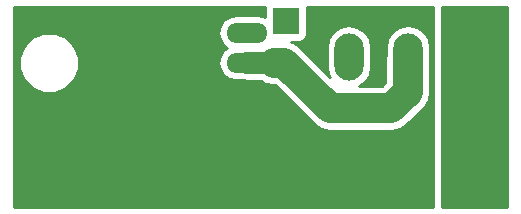
<source format=gbl>
G04 #@! TF.FileFunction,Copper,L2,Bot,Signal*
%FSLAX46Y46*%
G04 Gerber Fmt 4.6, Leading zero omitted, Abs format (unit mm)*
G04 Created by KiCad (PCBNEW 4.0.1-stable) date 2016-06-23 02:02:48*
%MOMM*%
G01*
G04 APERTURE LIST*
%ADD10C,0.100000*%
%ADD11O,3.500120X1.699260*%
%ADD12O,2.500000X4.000000*%
%ADD13R,2.235200X2.235200*%
%ADD14C,2.540000*%
%ADD15C,1.828800*%
%ADD16C,0.254000*%
G04 APERTURE END LIST*
D10*
D11*
X136017000Y-97536000D03*
X136017000Y-100076000D03*
X136017000Y-94996000D03*
D12*
X149646000Y-105156000D03*
X154646000Y-105156000D03*
X154646000Y-97028000D03*
X149646000Y-97028000D03*
X144646000Y-97028000D03*
D13*
X139319000Y-93980000D03*
D14*
X143002000Y-101396800D02*
X148234400Y-101396800D01*
X149646000Y-99985200D02*
X149646000Y-97028000D01*
X148234400Y-101386000D02*
X149646000Y-99974400D01*
X138277600Y-97536000D02*
X139141200Y-97536000D01*
X139141200Y-97536000D02*
X143002000Y-101396800D01*
D15*
X136017000Y-97536000D02*
X138277600Y-97536000D01*
D14*
X136017000Y-100863400D02*
X140309600Y-105156000D01*
D15*
X136017000Y-100076000D02*
X136017000Y-100863400D01*
D14*
X145856000Y-105156000D02*
X140309600Y-105156000D01*
X149646000Y-105156000D02*
X145856000Y-105156000D01*
X154635200Y-105156000D02*
X154635200Y-97028000D01*
D16*
G36*
X158040000Y-109780000D02*
X152527000Y-109780000D01*
X152527000Y-92785000D01*
X158040000Y-92785000D01*
X158040000Y-109780000D01*
X158040000Y-109780000D01*
G37*
X158040000Y-109780000D02*
X152527000Y-109780000D01*
X152527000Y-92785000D01*
X158040000Y-92785000D01*
X158040000Y-109780000D01*
G36*
X137553960Y-92862400D02*
X137553960Y-93638854D01*
X137532299Y-93624381D01*
X136964156Y-93511370D01*
X135069844Y-93511370D01*
X134501701Y-93624381D01*
X134020052Y-93946208D01*
X133698225Y-94427857D01*
X133585214Y-94996000D01*
X133698225Y-95564143D01*
X134020052Y-96045792D01*
X134349617Y-96266000D01*
X134020052Y-96486208D01*
X133698225Y-96967857D01*
X133585214Y-97536000D01*
X133698225Y-98104143D01*
X134020052Y-98585792D01*
X134501701Y-98907619D01*
X135069844Y-99020630D01*
X135691379Y-99020630D01*
X136017000Y-99085400D01*
X137233417Y-99085400D01*
X137548588Y-99295991D01*
X138277600Y-99441000D01*
X138352124Y-99441000D01*
X141654962Y-102743839D01*
X142256825Y-103145991D01*
X142272988Y-103156791D01*
X143002000Y-103301800D01*
X148234400Y-103301800D01*
X148963412Y-103156791D01*
X149581438Y-102743838D01*
X149603186Y-102711290D01*
X150960493Y-101353984D01*
X150993038Y-101332238D01*
X151405991Y-100714212D01*
X151551000Y-99985200D01*
X151551000Y-97028000D01*
X151531000Y-96927453D01*
X151531000Y-96226377D01*
X151387513Y-95505019D01*
X150978896Y-94893481D01*
X150367358Y-94484864D01*
X149646000Y-94341377D01*
X148924642Y-94484864D01*
X148313104Y-94893481D01*
X147904487Y-95505019D01*
X147761000Y-96226377D01*
X147761000Y-96927453D01*
X147741000Y-97028000D01*
X147741000Y-99185323D01*
X147434524Y-99491800D01*
X145486093Y-99491800D01*
X145978896Y-99162519D01*
X146387513Y-98550981D01*
X146531000Y-97829623D01*
X146531000Y-96226377D01*
X146387513Y-95505019D01*
X145978896Y-94893481D01*
X145367358Y-94484864D01*
X144646000Y-94341377D01*
X143924642Y-94484864D01*
X143313104Y-94893481D01*
X142904487Y-95505019D01*
X142761000Y-96226377D01*
X142761000Y-97829623D01*
X142904487Y-98550981D01*
X143013687Y-98714411D01*
X140488238Y-96188962D01*
X139870212Y-95776009D01*
X139714520Y-95745040D01*
X140436600Y-95745040D01*
X140671917Y-95700762D01*
X140888041Y-95561690D01*
X141033031Y-95349490D01*
X141084040Y-95097600D01*
X141084040Y-92862400D01*
X141069476Y-92785000D01*
X151765000Y-92785000D01*
X151765000Y-109780000D01*
X116280000Y-109780000D01*
X116280000Y-98038015D01*
X116717641Y-98038015D01*
X117102746Y-98970041D01*
X117815208Y-99683748D01*
X118746561Y-100070479D01*
X119755015Y-100071359D01*
X120687041Y-99686254D01*
X121400748Y-98973792D01*
X121787479Y-98042439D01*
X121788359Y-97033985D01*
X121403254Y-96101959D01*
X120690792Y-95388252D01*
X119759439Y-95001521D01*
X118750985Y-95000641D01*
X117818959Y-95385746D01*
X117105252Y-96098208D01*
X116718521Y-97029561D01*
X116717641Y-98038015D01*
X116280000Y-98038015D01*
X116280000Y-92785000D01*
X137569634Y-92785000D01*
X137553960Y-92862400D01*
X137553960Y-92862400D01*
G37*
X137553960Y-92862400D02*
X137553960Y-93638854D01*
X137532299Y-93624381D01*
X136964156Y-93511370D01*
X135069844Y-93511370D01*
X134501701Y-93624381D01*
X134020052Y-93946208D01*
X133698225Y-94427857D01*
X133585214Y-94996000D01*
X133698225Y-95564143D01*
X134020052Y-96045792D01*
X134349617Y-96266000D01*
X134020052Y-96486208D01*
X133698225Y-96967857D01*
X133585214Y-97536000D01*
X133698225Y-98104143D01*
X134020052Y-98585792D01*
X134501701Y-98907619D01*
X135069844Y-99020630D01*
X135691379Y-99020630D01*
X136017000Y-99085400D01*
X137233417Y-99085400D01*
X137548588Y-99295991D01*
X138277600Y-99441000D01*
X138352124Y-99441000D01*
X141654962Y-102743839D01*
X142256825Y-103145991D01*
X142272988Y-103156791D01*
X143002000Y-103301800D01*
X148234400Y-103301800D01*
X148963412Y-103156791D01*
X149581438Y-102743838D01*
X149603186Y-102711290D01*
X150960493Y-101353984D01*
X150993038Y-101332238D01*
X151405991Y-100714212D01*
X151551000Y-99985200D01*
X151551000Y-97028000D01*
X151531000Y-96927453D01*
X151531000Y-96226377D01*
X151387513Y-95505019D01*
X150978896Y-94893481D01*
X150367358Y-94484864D01*
X149646000Y-94341377D01*
X148924642Y-94484864D01*
X148313104Y-94893481D01*
X147904487Y-95505019D01*
X147761000Y-96226377D01*
X147761000Y-96927453D01*
X147741000Y-97028000D01*
X147741000Y-99185323D01*
X147434524Y-99491800D01*
X145486093Y-99491800D01*
X145978896Y-99162519D01*
X146387513Y-98550981D01*
X146531000Y-97829623D01*
X146531000Y-96226377D01*
X146387513Y-95505019D01*
X145978896Y-94893481D01*
X145367358Y-94484864D01*
X144646000Y-94341377D01*
X143924642Y-94484864D01*
X143313104Y-94893481D01*
X142904487Y-95505019D01*
X142761000Y-96226377D01*
X142761000Y-97829623D01*
X142904487Y-98550981D01*
X143013687Y-98714411D01*
X140488238Y-96188962D01*
X139870212Y-95776009D01*
X139714520Y-95745040D01*
X140436600Y-95745040D01*
X140671917Y-95700762D01*
X140888041Y-95561690D01*
X141033031Y-95349490D01*
X141084040Y-95097600D01*
X141084040Y-92862400D01*
X141069476Y-92785000D01*
X151765000Y-92785000D01*
X151765000Y-109780000D01*
X116280000Y-109780000D01*
X116280000Y-98038015D01*
X116717641Y-98038015D01*
X117102746Y-98970041D01*
X117815208Y-99683748D01*
X118746561Y-100070479D01*
X119755015Y-100071359D01*
X120687041Y-99686254D01*
X121400748Y-98973792D01*
X121787479Y-98042439D01*
X121788359Y-97033985D01*
X121403254Y-96101959D01*
X120690792Y-95388252D01*
X119759439Y-95001521D01*
X118750985Y-95000641D01*
X117818959Y-95385746D01*
X117105252Y-96098208D01*
X116718521Y-97029561D01*
X116717641Y-98038015D01*
X116280000Y-98038015D01*
X116280000Y-92785000D01*
X137569634Y-92785000D01*
X137553960Y-92862400D01*
M02*

</source>
